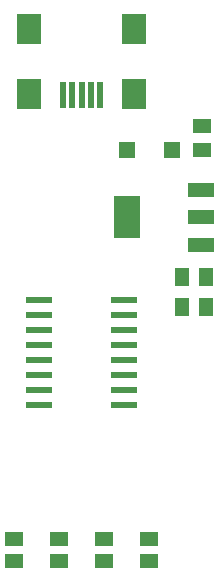
<source format=gbr>
G04 EAGLE Gerber RS-274X export*
G75*
%MOMM*%
%FSLAX34Y34*%
%LPD*%
%INSolderpaste Top*%
%IPPOS*%
%AMOC8*
5,1,8,0,0,1.08239X$1,22.5*%
G01*
%ADD10R,1.600000X1.300000*%
%ADD11R,2.000000X2.500000*%
%ADD12R,0.500000X2.300000*%
%ADD13R,2.200000X0.600000*%
%ADD14R,2.235200X1.219200*%
%ADD15R,2.200000X3.600000*%
%ADD16R,1.400000X1.400000*%
%ADD17R,1.500000X1.300000*%
%ADD18R,1.300000X1.600000*%


D10*
X254000Y451010D03*
X254000Y471010D03*
D11*
X196900Y498240D03*
X107900Y498240D03*
X196900Y553240D03*
X107900Y553240D03*
D12*
X168400Y497240D03*
X160400Y497240D03*
X152400Y497240D03*
X144400Y497240D03*
X136400Y497240D03*
D13*
X116400Y323850D03*
X116400Y311150D03*
X116400Y298450D03*
X116400Y285750D03*
X116400Y273050D03*
X116400Y260350D03*
X116400Y247650D03*
X116400Y234950D03*
X188400Y234950D03*
X188400Y247650D03*
X188400Y260350D03*
X188400Y273050D03*
X188400Y285750D03*
X188400Y298450D03*
X188400Y311150D03*
X188400Y323850D03*
D14*
X253238Y370586D03*
X253238Y393700D03*
X253238Y416814D03*
D15*
X191260Y393700D03*
D16*
X228550Y450850D03*
X190550Y450850D03*
D17*
X95250Y102260D03*
X95250Y121260D03*
D18*
X237650Y317500D03*
X257650Y317500D03*
X237650Y342900D03*
X257650Y342900D03*
D17*
X133350Y102260D03*
X133350Y121260D03*
X171450Y102260D03*
X171450Y121260D03*
X209550Y102260D03*
X209550Y121260D03*
M02*

</source>
